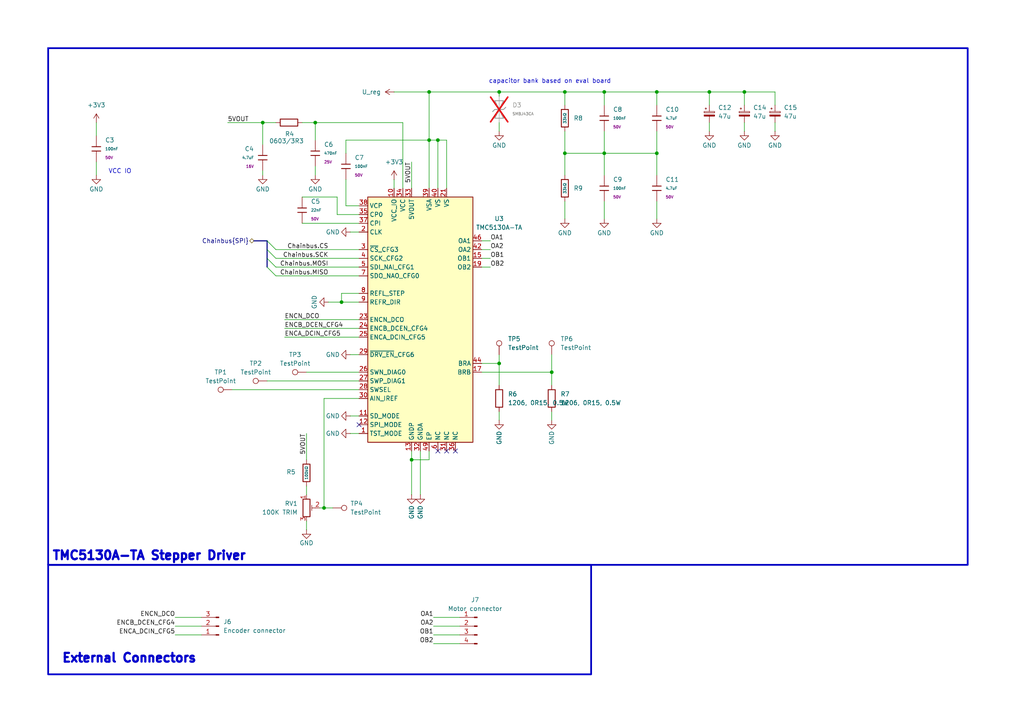
<source format=kicad_sch>
(kicad_sch (version 20250114) (generator "eeschema") (generator_version "9.0")
  (paper "A4")
  (lib_symbols
    (symbol "Connector:Conn_01x03_Pin" (pin_names (offset 1.016) (hide yes))
      (property "Reference" "J" (at 0 5.08 0))
      (property "Value" "Conn_01x03_Pin" (at 0 -5.08 0))
      (symbol "Conn_01x03_Pin_1_1"
        (rectangle (start 0.8636 2.667) (end 0 2.413) (stroke (width 0.1524)) (fill (type outline)))
        (rectangle (start 0.8636 0.127) (end 0 -0.127) (stroke (width 0.1524)) (fill (type outline)))
        (rectangle (start 0.8636 -2.413) (end 0 -2.667) (stroke (width 0.1524)) (fill (type outline)))
        (polyline (pts (xy 1.27 2.54) (xy 0.8636 2.54)) (stroke (width 0.1524)))
        (polyline (pts (xy 1.27 0) (xy 0.8636 0)) (stroke (width 0.1524)))
        (polyline (pts (xy 1.27 -2.54) (xy 0.8636 -2.54)) (stroke (width 0.1524)))
        (pin passive line (at 5.08 2.54 180) (length 3.81) (name "Pin_1") (number "1"))
        (pin passive line (at 5.08 0 180) (length 3.81) (name "Pin_2") (number "2"))
        (pin passive line (at 5.08 -2.54 180) (length 3.81) (name "Pin_3") (number "3"))
      )
    )
    (symbol "Connector:Conn_01x04_Pin" (pin_names (offset 1.016) (hide yes))
      (property "Reference" "J" (at 0 5.08 0))
      (property "Value" "Conn_01x04_Pin" (at 0 -7.62 0))
      (symbol "Conn_01x04_Pin_1_1"
        (rectangle (start 0.8636 2.667) (end 0 2.413) (stroke (width 0.1524)) (fill (type outline)))
        (rectangle (start 0.8636 0.127) (end 0 -0.127) (stroke (width 0.1524)) (fill (type outline)))
        (rectangle (start 0.8636 -2.413) (end 0 -2.667) (stroke (width 0.1524)) (fill (type outline)))
        (rectangle (start 0.8636 -4.953) (end 0 -5.207) (stroke (width 0.1524)) (fill (type outline)))
        (polyline (pts (xy 1.27 2.54) (xy 0.8636 2.54)) (stroke (width 0.1524)))
        (polyline (pts (xy 1.27 0) (xy 0.8636 0)) (stroke (width 0.1524)))
        (polyline (pts (xy 1.27 -2.54) (xy 0.8636 -2.54)) (stroke (width 0.1524)))
        (polyline (pts (xy 1.27 -5.08) (xy 0.8636 -5.08)) (stroke (width 0.1524)))
        (pin passive line (at 5.08 2.54 180) (length 3.81) (name "Pin_1") (number "1"))
        (pin passive line (at 5.08 0 180) (length 3.81) (name "Pin_2") (number "2"))
        (pin passive line (at 5.08 -2.54 180) (length 3.81) (name "Pin_3") (number "3"))
        (pin passive line (at 5.08 -5.08 180) (length 3.81) (name "Pin_4") (number "4"))
      )
    )
    (symbol "Connector:TestPoint" (pin_numbers (hide yes)) (pin_names (offset 0.762) (hide yes))
      (property "Reference" "TP" (at 0 6.858 0))
      (property "Value" "TestPoint" (at 0 5.08 0))
      (symbol "TestPoint_0_1"
        (circle (center 0 3.302) (radius 0.762))
      )
      (symbol "TestPoint_1_1"
        (pin passive line (at 0 0 90) (length 2.54) (name "1") (number "1"))
      )
    )
    (symbol "Device:C_Polarized_Small" (pin_numbers (hide yes)) (pin_names (offset 0.254) (hide yes))
      (property "Reference" "C" (at 0.254 1.778 0))
      (property "Value" "C_Polarized_Small" (at 0.254 -2.032 0))
      (symbol "C_Polarized_Small_0_1"
        (rectangle (start -1.524 0.6858) (end 1.524 0.3048))
        (rectangle (start -1.524 -0.3048) (end 1.524 -0.6858) (fill (type outline)))
        (polyline (pts (xy -1.27 1.524) (xy -0.762 1.524)))
        (polyline (pts (xy -1.016 1.27) (xy -1.016 1.778)))
      )
      (symbol "C_Polarized_Small_1_1"
        (pin passive line (at 0 2.54 270) (length 1.8542) (name "~") (number "1"))
        (pin passive line (at 0 -2.54 90) (length 1.8542) (name "~") (number "2"))
      )
    )
    (symbol "Device:R" (pin_numbers (hide yes)) (pin_names (offset 0))
      (property "Reference" "R" (at 2.032 0 90))
      (property "Value" "R" (at 0 0 90))
      (symbol "R_0_1"
        (rectangle (start -1.016 -2.54) (end 1.016 2.54) (stroke (width 0.254)))
      )
      (symbol "R_1_1"
        (pin passive line (at 0 3.81 270) (length 1.27) (name "~") (number "1"))
        (pin passive line (at 0 -3.81 90) (length 1.27) (name "~") (number "2"))
      )
    )
    (symbol "Device:R_Potentiometer_Trim" (pin_names (offset 1.016) (hide yes))
      (property "Reference" "RV" (at -4.445 0 90))
      (property "Value" "R_Potentiometer_Trim" (at -2.54 0 90))
      (symbol "R_Potentiometer_Trim_0_1"
        (rectangle (start 1.016 2.54) (end -1.016 -2.54) (stroke (width 0.254)))
        (polyline (pts (xy 1.524 0.762) (xy 1.524 -0.762)))
        (polyline (pts (xy 2.54 0) (xy 1.524 0)))
      )
      (symbol "R_Potentiometer_Trim_1_1"
        (pin passive line (at 0 3.81 270) (length 1.27) (name "1") (number "1"))
        (pin passive line (at 0 -3.81 90) (length 1.27) (name "3") (number "3"))
        (pin passive line (at 3.81 0 180) (length 1.27) (name "2") (number "2"))
      )
    )
    (symbol "Driver_Motor:TMC5130A-TA"
      (property "Reference" "U" (at -11.43 38.1 0))
      (property "Value" "TMC5130A-TA" (at 11.43 38.1 0))
      (symbol "TMC5130A-TA_0_1"
        (rectangle (start -15.24 35.56) (end 15.24 -35.56) (stroke (width 0.254)) (fill (type background)))
      )
      (symbol "TMC5130A-TA_1_1"
        (pin passive line (at -17.78 33.02 0) (length 2.54) (name "VCP") (number "38"))
        (pin passive line (at -17.78 30.48 0) (length 2.54) (name "CP0") (number "35"))
        (pin passive line (at -17.78 27.94 0) (length 2.54) (name "CPI") (number "37"))
        (pin input line (at -17.78 25.4 0) (length 2.54) (name "CLK") (number "2"))
        (pin input line (at -17.78 20.32 0) (length 2.54) (name "~{CS}_CFG3") (number "3"))
        (pin input line (at -17.78 17.78 0) (length 2.54) (name "SCK_CFG2") (number "4"))
        (pin input line (at -17.78 15.24 0) (length 2.54) (name "SDI_NAI_CFG1") (number "5"))
        (pin bidirectional line (at -17.78 12.7 0) (length 2.54) (name "SDO_NAO_CFG0") (number "7"))
        (pin input line (at -17.78 7.62 0) (length 2.54) (name "REFL_STEP") (number "8"))
        (pin input line (at -17.78 5.08 0) (length 2.54) (name "REFR_DIR") (number "9"))
        (pin bidirectional line (at -17.78 0 0) (length 2.54) (name "ENCN_DCO") (number "23"))
        (pin input line (at -17.78 -2.54 0) (length 2.54) (name "ENCB_DCEN_CFG4") (number "24"))
        (pin input line (at -17.78 -5.08 0) (length 2.54) (name "ENCA_DCIN_CFG5") (number "25"))
        (pin input line (at -17.78 -10.16 0) (length 2.54) (name "~{DRV_EN}_CFG6") (number "29"))
        (pin bidirectional line (at -17.78 -15.24 0) (length 2.54) (name "SWN_DIAG0") (number "26"))
        (pin bidirectional line (at -17.78 -17.78 0) (length 2.54) (name "SWP_DIAG1") (number "27"))
        (pin input line (at -17.78 -20.32 0) (length 2.54) (name "SWSEL") (number "28"))
        (pin input line (at -17.78 -22.86 0) (length 2.54) (name "AIN_IREF") (number "30"))
        (pin input line (at -17.78 -27.94 0) (length 2.54) (name "SD_MODE") (number "11"))
        (pin input line (at -17.78 -30.48 0) (length 2.54) (name "SPI_MODE") (number "12"))
        (pin input line (at -17.78 -33.02 0) (length 2.54) (name "TST_MODE") (number "1"))
        (pin power_in line (at -7.62 38.1 270) (length 2.54) (name "VCC_IO") (number "10"))
        (pin power_in line (at -5.08 38.1 270) (length 2.54) (name "VCC") (number "34"))
        (pin power_out line (at -2.54 38.1 270) (length 2.54) (name "5VOUT") (number "33"))
        (pin power_in line (at -2.54 -38.1 90) (length 2.54) (name "GNDP") (number "13"))
        (pin passive line (at -2.54 -38.1 90) (length 2.54) (hide yes) (name "GNDP") (number "48"))
        (pin power_in line (at 0 -38.1 90) (length 2.54) (name "GNDA") (number "32"))
        (pin power_in line (at 2.54 38.1 270) (length 2.54) (name "VSA") (number "39"))
        (pin power_in line (at 2.54 -38.1 90) (length 2.54) (name "EP") (number "49"))
        (pin power_in line (at 5.08 38.1 270) (length 2.54) (name "VS") (number "40"))
        (pin passive line (at 5.08 -38.1 90) (length 2.54) (name "NC") (number "6"))
        (pin power_in line (at 7.62 38.1 270) (length 2.54) (name "VS") (number "21"))
        (pin passive line (at 7.62 -38.1 90) (length 2.54) (name "NC") (number "31"))
        (pin passive line (at 10.16 -38.1 90) (length 2.54) (name "NC") (number "36"))
        (pin no_connect line (at 15.24 33.02 180) (length 2.54) (hide yes) (name "DNC") (number "41"))
        (pin no_connect line (at 15.24 30.48 180) (length 2.54) (hide yes) (name "DNC") (number "43"))
        (pin no_connect line (at 15.24 27.94 180) (length 2.54) (hide yes) (name "DNC") (number "45"))
        (pin no_connect line (at 15.24 25.4 180) (length 2.54) (hide yes) (name "DNC") (number "47"))
        (pin no_connect line (at 15.24 12.7 180) (length 2.54) (hide yes) (name "DNC") (number "14"))
        (pin no_connect line (at 15.24 10.16 180) (length 2.54) (hide yes) (name "DNC") (number "16"))
        (pin no_connect line (at 15.24 7.62 180) (length 2.54) (hide yes) (name "DNC") (number "18"))
        (pin no_connect line (at 15.24 5.08 180) (length 2.54) (hide yes) (name "DNC") (number "20"))
        (pin no_connect line (at 15.24 2.54 180) (length 2.54) (hide yes) (name "DNC") (number "22"))
        (pin output line (at 17.78 22.86 180) (length 2.54) (name "OA1") (number "46"))
        (pin output line (at 17.78 20.32 180) (length 2.54) (name "OA2") (number "42"))
        (pin output line (at 17.78 17.78 180) (length 2.54) (name "OB1") (number "15"))
        (pin output line (at 17.78 15.24 180) (length 2.54) (name "OB2") (number "19"))
        (pin passive line (at 17.78 -12.7 180) (length 2.54) (name "BRA") (number "44"))
        (pin passive line (at 17.78 -15.24 180) (length 2.54) (name "BRB") (number "17"))
      )
    )
    (symbol "PCM_JLCPCB-Capacitors:0603,100nF" (pin_numbers (hide yes)) (pin_names (offset 0))
      (property "Reference" "C" (at 2.032 1.668 0))
      (property "Value" "100nF" (at 2.032 -0.3782 0))
      (property "Voltage Rated" "50V" (at 2.032 -2.0462 0))
      (symbol "0603,100nF_0_1"
        (polyline (pts (xy -1.27 0.635) (xy 1.27 0.635)) (stroke (width 0.254)))
        (polyline (pts (xy -1.27 -0.635) (xy 1.27 -0.635)) (stroke (width 0.254)))
      )
      (symbol "0603,100nF_1_1"
        (pin passive line (at 0 3.81 270) (length 3.175) (name "~") (number "1"))
        (pin passive line (at 0 -3.81 90) (length 3.175) (name "~") (number "2"))
      )
    )
    (symbol "PCM_JLCPCB-Capacitors:0603,22nF" (pin_numbers (hide yes)) (pin_names (offset 0))
      (property "Reference" "C" (at 2.032 1.668 0))
      (property "Value" "22nF" (at 2.032 -0.3782 0))
      (property "Voltage Rated" "50V" (at 2.032 -2.0462 0))
      (symbol "0603,22nF_0_1"
        (polyline (pts (xy -1.27 0.635) (xy 1.27 0.635)) (stroke (width 0.254)))
        (polyline (pts (xy -1.27 -0.635) (xy 1.27 -0.635)) (stroke (width 0.254)))
      )
      (symbol "0603,22nF_1_1"
        (pin passive line (at 0 3.81 270) (length 3.175) (name "~") (number "1"))
        (pin passive line (at 0 -3.81 90) (length 3.175) (name "~") (number "2"))
      )
    )
    (symbol "PCM_JLCPCB-Capacitors:0603,4.7uF" (pin_numbers (hide yes)) (pin_names (offset 0))
      (property "Reference" "C" (at 2.032 1.668 0))
      (property "Value" "4.7uF" (at 2.032 -0.3782 0))
      (property "Voltage Rated" "16V" (at 2.032 -2.0462 0))
      (symbol "0603,4.7uF_0_1"
        (polyline (pts (xy -1.27 0.635) (xy 1.27 0.635)) (stroke (width 0.254)))
        (polyline (pts (xy -1.27 -0.635) (xy 1.27 -0.635)) (stroke (width 0.254)))
      )
      (symbol "0603,4.7uF_1_1"
        (pin passive line (at 0 3.81 270) (length 3.175) (name "~") (number "1"))
        (pin passive line (at 0 -3.81 90) (length 3.175) (name "~") (number "2"))
      )
    )
    (symbol "PCM_JLCPCB-Capacitors:0603,470nF" (pin_numbers (hide yes)) (pin_names (offset 0))
      (property "Reference" "C" (at 2.032 1.668 0))
      (property "Value" "470nF" (at 2.032 -0.3782 0))
      (property "Voltage Rated" "25V" (at 2.032 -2.0462 0))
      (symbol "0603,470nF_0_1"
        (polyline (pts (xy -1.27 0.635) (xy 1.27 0.635)) (stroke (width 0.254)))
        (polyline (pts (xy -1.27 -0.635) (xy 1.27 -0.635)) (stroke (width 0.254)))
      )
      (symbol "0603,470nF_1_1"
        (pin passive line (at 0 3.81 270) (length 3.175) (name "~") (number "1"))
        (pin passive line (at 0 -3.81 90) (length 3.175) (name "~") (number "2"))
      )
    )
    (symbol "PCM_JLCPCB-Capacitors:1206,4.7uF" (pin_numbers (hide yes)) (pin_names (offset 0))
      (property "Reference" "C" (at 2.032 1.668 0))
      (property "Value" "4.7uF" (at 2.032 -0.3782 0))
      (property "Voltage Rated" "50V" (at 2.032 -2.0462 0))
      (symbol "1206,4.7uF_0_1"
        (polyline (pts (xy -1.27 0.635) (xy 1.27 0.635)) (stroke (width 0.254)))
        (polyline (pts (xy -1.27 -0.635) (xy 1.27 -0.635)) (stroke (width 0.254)))
      )
      (symbol "1206,4.7uF_1_1"
        (pin passive line (at 0 3.81 270) (length 3.175) (name "~") (number "1"))
        (pin passive line (at 0 -3.81 90) (length 3.175) (name "~") (number "2"))
      )
    )
    (symbol "PCM_JLCPCB-Diodes:TVS-Bi,SMBJ43CA" (pin_numbers (hide yes)) (pin_names (offset 0))
      (property "Reference" "D" (at 2.032 0.834 0))
      (property "Value" "SMBJ43CA" (at 2.032 -1.2122 0))
      (symbol "TVS-Bi,SMBJ43CA_0_1"
        (polyline (pts (xy -1.905 -0.635) (xy -1.27 0) (xy 1.27 0) (xy 1.905 0.635)) (stroke (width 0.254)))
        (polyline (pts (xy -1.27 2.54) (xy 0 0) (xy 1.27 2.54) (xy -1.27 2.54)) (stroke (width 0.254)))
        (polyline (pts (xy 1.27 -2.54) (xy 0 0) (xy -1.27 -2.54) (xy 1.27 -2.54)) (stroke (width 0.254)))
      )
      (symbol "TVS-Bi,SMBJ43CA_1_1"
        (pin passive line (at 0 3.81 270) (length 3.81) (name "~") (number "2"))
        (pin passive line (at 0 -3.81 90) (length 3.81) (name "~") (number "1"))
      )
    )
    (symbol "PCM_JLCPCB-Resistors:0402,100kΩ" (pin_numbers (hide yes)) (pin_names (offset 0))
      (property "Reference" "R" (at 1.778 0 0))
      (property "Value" "100kΩ" (at 0 0 90))
      (symbol "0402,100kΩ_0_1"
        (rectangle (start -1.016 2.54) (end 1.016 -2.54) (stroke (width 0.254)))
      )
      (symbol "0402,100kΩ_1_1"
        (pin passive line (at 0 3.81 270) (length 1.27) (name "~") (number "1"))
        (pin passive line (at 0 -3.81 90) (length 1.27) (name "~") (number "2"))
      )
    )
    (symbol "PCM_JLCPCB-Resistors:0402,33kΩ" (pin_numbers (hide yes)) (pin_names (offset 0))
      (property "Reference" "R" (at 1.778 0 0))
      (property "Value" "33kΩ" (at 0 0 90))
      (symbol "0402,33kΩ_0_1"
        (rectangle (start -1.016 2.54) (end 1.016 -2.54) (stroke (width 0.254)))
      )
      (symbol "0402,33kΩ_1_1"
        (pin passive line (at 0 3.81 270) (length 1.27) (name "~") (number "1"))
        (pin passive line (at 0 -3.81 90) (length 1.27) (name "~") (number "2"))
      )
    )
    (symbol "power:+5V" (power) (pin_numbers (hide yes)) (pin_names (offset 0) (hide yes))
      (property "Value" "+5V" (at 0 3.556 0))
      (symbol "+5V_0_1"
        (polyline (pts (xy -0.762 1.27) (xy 0 2.54)))
        (polyline (pts (xy 0 2.54) (xy 0.762 1.27)))
        (polyline (pts (xy 0 0) (xy 0 2.54)))
      )
      (symbol "+5V_1_1"
        (pin power_in line (at 0 0 90) (length 0) (name "~") (number "1"))
      )
    )
    (symbol "power:GND" (power) (pin_numbers (hide yes)) (pin_names (offset 0) (hide yes))
      (property "Value" "GND" (at 0 -3.81 0))
      (symbol "GND_0_1"
        (polyline (pts (xy 0 0) (xy 0 -1.27) (xy 1.27 -1.27) (xy 0 -2.54) (xy -1.27 -1.27) (xy 0 -1.27)))
      )
      (symbol "GND_1_1"
        (pin power_in line (at 0 0 270) (length 0) (name "~") (number "1"))
      )
    )
  )
  (rectangle (start 13.97 13.97) (end 280.67 163.83) (stroke (width 0.508)))
  (rectangle (start 13.97 163.83) (end 171.45 195.58) (stroke (width 0.508)))
  (text "VCC IO\n" (at 34.798 49.784 0) (effects (font (size 1.27 1.27))))
  (text "TMC5130A-TA Stepper Driver\n" (at 14.986 161.29 0) (effects (font (size 2.54 2.54) (thickness 0.762) (bold yes)) (justify left)))
  (text "External Connectors\n" (at 17.78 191.008 0) (effects (font (size 2.54 2.54) (thickness 0.762) (bold yes)) (justify left)))
  (text "capacitor bank based on eval board\n" (at 159.512 23.622 0) (effects (font (size 1.27 1.27))))
  (junction (at 144.78 26.67))
  (junction (at 215.9 26.67))
  (junction (at 205.74 26.67))
  (junction (at 163.83 44.45))
  (junction (at 175.26 26.67))
  (junction (at 175.26 44.45))
  (junction (at 144.78 105.41))
  (junction (at 190.5 26.67))
  (junction (at 190.5 44.45))
  (junction (at 93.98 147.32))
  (junction (at 99.06 87.63))
  (junction (at 160.02 107.95))
  (junction (at 124.46 26.67))
  (junction (at 76.2 35.56))
  (junction (at 163.83 26.67))
  (junction (at 127 40.64))
  (junction (at 119.38 133.35))
  (junction (at 91.44 35.56))
  (junction (at 124.46 40.64))
  (no_connect (at 104.14 123.19))
  (no_connect (at 132.08 130.81))
  (no_connect (at 127 130.81))
  (no_connect (at 129.54 130.81))
  (bus_entry (at 77.47 72.39) (size 2.54 2.54))
  (bus_entry (at 77.47 77.47) (size 2.54 2.54))
  (bus_entry (at 77.47 69.85) (size 2.54 2.54))
  (bus_entry (at 77.47 74.93) (size 2.54 2.54))
  (wire (pts (xy 124.46 26.67) (xy 124.46 40.64)))
  (wire (pts (xy 87.63 64.77) (xy 104.14 64.77)))
  (bus (pts (xy 77.47 72.39) (xy 77.47 74.93)))
  (wire (pts (xy 101.6 125.73) (xy 104.14 125.73)))
  (wire (pts (xy 76.2 35.56) (xy 76.2 41.91)))
  (wire (pts (xy 139.7 107.95) (xy 160.02 107.95)))
  (wire (pts (xy 50.8 184.15) (xy 58.42 184.15)))
  (wire (pts (xy 175.26 26.67) (xy 175.26 30.48)))
  (wire (pts (xy 77.47 110.49) (xy 104.14 110.49)))
  (wire (pts (xy 104.14 59.69) (xy 100.33 59.69)))
  (wire (pts (xy 114.3 26.67) (xy 124.46 26.67)))
  (wire (pts (xy 127 40.64) (xy 129.54 40.64)))
  (wire (pts (xy 91.44 35.56) (xy 116.84 35.56)))
  (wire (pts (xy 163.83 26.67) (xy 163.83 30.48)))
  (wire (pts (xy 121.92 130.81) (xy 121.92 143.51)))
  (wire (pts (xy 142.24 72.39) (xy 139.7 72.39)))
  (wire (pts (xy 175.26 44.45) (xy 190.5 44.45)))
  (bus (pts (xy 77.47 74.93) (xy 77.47 77.47)))
  (wire (pts (xy 190.5 58.42) (xy 190.5 63.5)))
  (wire (pts (xy 91.44 40.64) (xy 91.44 35.56)))
  (wire (pts (xy 82.55 95.25) (xy 104.14 95.25)))
  (wire (pts (xy 142.24 74.93) (xy 139.7 74.93)))
  (wire (pts (xy 101.6 102.87) (xy 104.14 102.87)))
  (wire (pts (xy 101.6 67.31) (xy 104.14 67.31)))
  (wire (pts (xy 124.46 26.67) (xy 144.78 26.67)))
  (wire (pts (xy 97.79 62.23) (xy 104.14 62.23)))
  (wire (pts (xy 116.84 54.61) (xy 116.84 35.56)))
  (wire (pts (xy 76.2 49.53) (xy 76.2 50.8)))
  (bus (pts (xy 77.47 69.85) (xy 77.47 72.39)))
  (wire (pts (xy 114.3 52.07) (xy 114.3 54.61)))
  (wire (pts (xy 215.9 35.56) (xy 215.9 38.1)))
  (wire (pts (xy 82.55 97.79) (xy 104.14 97.79)))
  (wire (pts (xy 142.24 77.47) (xy 139.7 77.47)))
  (wire (pts (xy 144.78 35.56) (xy 144.78 38.1)))
  (wire (pts (xy 163.83 44.45) (xy 175.26 44.45)))
  (wire (pts (xy 91.44 48.26) (xy 91.44 50.8)))
  (wire (pts (xy 93.98 115.57) (xy 93.98 147.32)))
  (wire (pts (xy 190.5 26.67) (xy 205.74 26.67)))
  (wire (pts (xy 95.25 87.63) (xy 99.06 87.63)))
  (wire (pts (xy 175.26 38.1) (xy 175.26 44.45)))
  (wire (pts (xy 80.01 35.56) (xy 76.2 35.56)))
  (wire (pts (xy 205.74 26.67) (xy 205.74 30.48)))
  (wire (pts (xy 87.63 35.56) (xy 91.44 35.56)))
  (wire (pts (xy 125.73 179.07) (xy 133.35 179.07)))
  (wire (pts (xy 175.26 58.42) (xy 175.26 63.5)))
  (wire (pts (xy 144.78 27.94) (xy 144.78 26.67)))
  (wire (pts (xy 87.63 57.15) (xy 97.79 57.15)))
  (wire (pts (xy 99.06 85.09) (xy 104.14 85.09)))
  (wire (pts (xy 88.9 151.13) (xy 88.9 153.67)))
  (wire (pts (xy 160.02 107.95) (xy 160.02 111.76)))
  (wire (pts (xy 124.46 40.64) (xy 127 40.64)))
  (wire (pts (xy 50.8 179.07) (xy 58.42 179.07)))
  (wire (pts (xy 119.38 46.99) (xy 119.38 54.61)))
  (wire (pts (xy 88.9 107.95) (xy 104.14 107.95)))
  (wire (pts (xy 99.06 87.63) (xy 104.14 87.63)))
  (wire (pts (xy 190.5 44.45) (xy 190.5 50.8)))
  (wire (pts (xy 124.46 130.81) (xy 124.46 133.35)))
  (wire (pts (xy 76.2 35.56) (xy 66.04 35.56)))
  (wire (pts (xy 163.83 58.42) (xy 163.83 63.5)))
  (wire (pts (xy 67.31 113.03) (xy 104.14 113.03)))
  (wire (pts (xy 80.01 80.01) (xy 104.14 80.01)))
  (wire (pts (xy 215.9 26.67) (xy 224.79 26.67)))
  (wire (pts (xy 100.33 40.64) (xy 124.46 40.64)))
  (wire (pts (xy 119.38 133.35) (xy 119.38 143.51)))
  (wire (pts (xy 93.98 147.32) (xy 96.52 147.32)))
  (wire (pts (xy 125.73 181.61) (xy 133.35 181.61)))
  (wire (pts (xy 215.9 26.67) (xy 215.9 30.48)))
  (wire (pts (xy 205.74 35.56) (xy 205.74 38.1)))
  (wire (pts (xy 99.06 85.09) (xy 99.06 87.63)))
  (wire (pts (xy 125.73 184.15) (xy 133.35 184.15)))
  (wire (pts (xy 160.02 119.38) (xy 160.02 121.92)))
  (wire (pts (xy 97.79 57.15) (xy 97.79 62.23)))
  (wire (pts (xy 27.94 46.99) (xy 27.94 50.8)))
  (wire (pts (xy 224.79 26.67) (xy 224.79 30.48)))
  (wire (pts (xy 50.8 181.61) (xy 58.42 181.61)))
  (wire (pts (xy 163.83 44.45) (xy 163.83 50.8)))
  (wire (pts (xy 144.78 119.38) (xy 144.78 121.92)))
  (wire (pts (xy 80.01 72.39) (xy 104.14 72.39)))
  (wire (pts (xy 163.83 38.1) (xy 163.83 44.45)))
  (wire (pts (xy 139.7 105.41) (xy 144.78 105.41)))
  (wire (pts (xy 119.38 130.81) (xy 119.38 133.35)))
  (bus (pts (xy 73.66 69.85) (xy 77.47 69.85)))
  (wire (pts (xy 127 40.64) (xy 127 54.61)))
  (wire (pts (xy 101.6 120.65) (xy 104.14 120.65)))
  (wire (pts (xy 190.5 38.1) (xy 190.5 44.45)))
  (wire (pts (xy 163.83 26.67) (xy 175.26 26.67)))
  (wire (pts (xy 129.54 40.64) (xy 129.54 54.61)))
  (wire (pts (xy 82.55 92.71) (xy 104.14 92.71)))
  (wire (pts (xy 160.02 107.95) (xy 160.02 102.87)))
  (wire (pts (xy 144.78 26.67) (xy 163.83 26.67)))
  (wire (pts (xy 190.5 26.67) (xy 190.5 30.48)))
  (wire (pts (xy 124.46 40.64) (xy 124.46 54.61)))
  (wire (pts (xy 88.9 140.97) (xy 88.9 143.51)))
  (wire (pts (xy 100.33 52.07) (xy 100.33 59.69)))
  (wire (pts (xy 27.94 35.56) (xy 27.94 39.37)))
  (wire (pts (xy 100.33 44.45) (xy 100.33 40.64)))
  (wire (pts (xy 93.98 147.32) (xy 92.71 147.32)))
  (wire (pts (xy 175.26 26.67) (xy 190.5 26.67)))
  (wire (pts (xy 124.46 133.35) (xy 119.38 133.35)))
  (wire (pts (xy 175.26 44.45) (xy 175.26 50.8)))
  (wire (pts (xy 205.74 26.67) (xy 215.9 26.67)))
  (wire (pts (xy 80.01 77.47) (xy 104.14 77.47)))
  (wire (pts (xy 142.24 69.85) (xy 139.7 69.85)))
  (wire (pts (xy 144.78 105.41) (xy 144.78 111.76)))
  (wire (pts (xy 224.79 35.56) (xy 224.79 38.1)))
  (wire (pts (xy 144.78 102.87) (xy 144.78 105.41)))
  (wire (pts (xy 125.73 186.69) (xy 133.35 186.69)))
  (wire (pts (xy 80.01 74.93) (xy 104.14 74.93)))
  (wire (pts (xy 104.14 115.57) (xy 93.98 115.57)))
  (wire (pts (xy 88.9 125.73) (xy 88.9 133.35)))
  (label "OB1" (at 142.24 74.93 0))
  (label "ENCN_DCO" (at 82.55 92.71 0))
  (label "OB2" (at 125.73 186.69 180))
  (label "OA1" (at 142.24 69.85 0))
  (label "5VOUT" (at 88.9 125.73 270))
  (label "OB2" (at 142.24 77.47 0))
  (label "ENCB_DCEN_CFG4" (at 82.55 95.25 0))
  (label "Chainbus.SCK" (at 95.25 74.93 180))
  (label "Chainbus.MOSI" (at 95.25 77.47 180))
  (label "5VOUT" (at 119.38 46.99 270))
  (label "OA1" (at 125.73 179.07 180))
  (label "OB1" (at 125.73 184.15 180))
  (label "ENCA_DCIN_CFG5" (at 50.8 184.15 180))
  (label "OA2" (at 125.73 181.61 180))
  (label "Chainbus.MISO" (at 95.25 80.01 180))
  (label "Chainbus.CS" (at 95.25 72.39 180))
  (label "ENCB_DCEN_CFG4" (at 50.8 181.61 180))
  (label "OA2" (at 142.24 72.39 0))
  (label "ENCN_DCO" (at 50.8 179.07 180))
  (label "ENCA_DCIN_CFG5" (at 82.55 97.79 0))
  (label "5VOUT" (at 66.04 35.56 0))
  (hierarchical_label "Chainbus{SPI}" (shape bidirectional) (at 73.66 69.85 180))
  (symbol (lib_id "power:GND") (at 163.83 63.5 0) (unit 1)
    (property "Reference" "#PWR062" (effects (hide yes)))
    (property "Value" "GND" (at 163.83 67.564 0))
    (property "Description" "Power symbol creates a global label with name \"GND\" , ground" (effects (hide yes)))
  )
  (symbol (lib_id "Connector:TestPoint") (at 88.9 107.95 90) (unit 1)
    (property "Reference" "TP3" (at 85.598 102.87 90))
    (property "Value" "TestPoint" (at 85.598 105.41 90))
    (property "Footprint" "TestPoint:TestPoint_Pad_D1.0mm" (effects (hide yes)))
    (property "Description" "test point" (effects (hide yes)))
  )
  (symbol (lib_id "power:GND") (at 175.26 63.5 0) (unit 1)
    (property "Reference" "#PWR063" (effects (hide yes)))
    (property "Value" "GND" (at 175.26 67.564 0))
    (property "Description" "Power symbol creates a global label with name \"GND\" , ground" (effects (hide yes)))
  )
  (symbol (lib_id "power:+5V") (at 114.3 26.67 90) (mirror x) (unit 1)
    (property "Reference" "#PWR055" (effects (hide yes)))
    (property "Value" "U_reg" (at 110.49 26.6699 90) (effects (justify left)))
    (property "Description" "Power symbol creates a global label with name \"+5V\"" (effects (hide yes)))
  )
  (symbol (lib_id "Device:R") (at 160.02 115.57 0) (unit 1)
    (property "Reference" "R7" (at 162.56 114.2999 0) (effects (justify left)))
    (property "Value" "1206, 0R15, 0.5W" (at 162.56 116.8399 0) (effects (justify left)))
    (property "Footprint" "PCM_JLCPCB:R_1206" (effects (hide yes)))
    (property "Description" "Resistor" (effects (hide yes)))
    (property "LCSC" "C2683383" (effects (hide yes)))
  )
  (symbol (lib_id "power:GND") (at 144.78 121.92 0) (unit 1)
    (property "Reference" "#PWR060" (effects (hide yes)))
    (property "Value" "GND" (at 144.78 127 90))
    (property "Description" "Power symbol creates a global label with name \"GND\" , ground" (effects (hide yes)))
  )
  (symbol (lib_id "Connector:TestPoint") (at 67.31 113.03 90) (unit 1)
    (property "Reference" "TP1" (at 64.008 107.95 90))
    (property "Value" "TestPoint" (at 64.008 110.49 90))
    (property "Footprint" "TestPoint:TestPoint_Pad_D1.0mm" (effects (hide yes)))
    (property "Description" "test point" (effects (hide yes)))
  )
  (symbol (lib_id "Device:R") (at 144.78 115.57 0) (unit 1)
    (property "Reference" "R6" (at 147.32 114.2999 0) (effects (justify left)))
    (property "Value" "1206, 0R15, 0.5W" (at 147.32 116.8399 0) (effects (justify left)))
    (property "Footprint" "PCM_JLCPCB:R_1206" (effects (hide yes)))
    (property "Description" "Resistor" (effects (hide yes)))
    (property "LCSC" "C2683383" (effects (hide yes)))
  )
  (symbol (lib_id "Driver_Motor:TMC5130A-TA") (at 121.92 92.71 0) (unit 1)
    (property "Reference" "U3" (at 144.78 63.4298 0))
    (property "Value" "TMC5130A-TA" (at 144.78 65.9698 0))
    (property "Footprint" "Package_QFP:TQFP-48-1EP_7x7mm_P0.5mm_EP5x5mm_ThermalVias" (effects (hide yes)))
    (property "Datasheet" "https://www.trinamic.com/fileadmin/assets/Products/ICs_Documents/TMC5130_datasheet_Rev1.17.pdf" (effects (hide yes)))
    (property "Description" "Power Driver For Stepper Motors, 2.0A, 4.75-46V, TQFP-48" (effects (hide yes)))
    (property "LCSC" "C188832" (effects (hide yes)))
  )
  (symbol (lib_id "Device:C_Polarized_Small") (at 224.79 33.02 0) (unit 1)
    (property "Reference" "C15" (at 227.33 31.2038 0) (effects (justify left)))
    (property "Value" "47u" (at 227.33 33.7438 0) (effects (justify left)))
    (property "Footprint" "Capacitor_SMD:CP_Elec_6.3x7.7" (effects (hide yes)))
    (property "Description" "Polarized capacitor, small symbol" (effects (hide yes)))
    (property "LCSC" "C7461235" (effects (hide yes)))
  )
  (symbol (lib_id "Connector:TestPoint") (at 77.47 110.49 90) (unit 1)
    (property "Reference" "TP2" (at 74.168 105.41 90))
    (property "Value" "TestPoint" (at 74.168 107.95 90))
    (property "Footprint" "TestPoint:TestPoint_Pad_D1.0mm" (effects (hide yes)))
    (property "Description" "test point" (effects (hide yes)))
  )
  (symbol (lib_id "power:GND") (at 101.6 120.65 270) (unit 1)
    (property "Reference" "#PWR053" (effects (hide yes)))
    (property "Value" "GND" (at 96.52 120.65 90))
    (property "Description" "Power symbol creates a global label with name \"GND\" , ground" (effects (hide yes)))
  )
  (symbol (lib_id "power:GND") (at 205.74 38.1 0) (unit 1)
    (property "Reference" "#PWR065" (effects (hide yes)))
    (property "Value" "GND" (at 205.74 42.164 0))
    (property "Description" "Power symbol creates a global label with name \"GND\" , ground" (effects (hide yes)))
  )
  (symbol (lib_id "PCM_JLCPCB-Diodes:TVS-Bi,SMBJ43CA") (at 144.78 31.75 0) (unit 1) (dnp yes)
    (property "Reference" "D3" (at 148.59 30.4799 0) (effects (justify left)))
    (property "Value" "SMBJ43CA" (at 148.59 33.02 0) (effects (font (size 0.8 0.8)) (justify left)))
    (property "Footprint" "PCM_JLCPCB:D_SMB" (effects (hide yes)))
    (property "Datasheet" "https://www.lcsc.com/datasheet/lcsc_datasheet_2411041728_hongjiacheng-SMBJ43CA_C41376098.pdf" (effects (hide yes)))
    (property "Description" "8.65A 600W 69.4V 52.8V Bidirectional 43V SMB ESD and Surge Protection (TVS/ESD) ROHS" (effects (hide yes)))
    (property "LCSC" "C41376098" (effects (hide yes)))
    (property "Stock" "7603" (effects (hide yes)))
    (property "Price" "0.044USD" (effects (hide yes)))
    (property "Process" "SMT" (effects (hide yes)))
    (property "Minimum Qty" "5" (effects (hide yes)))
    (property "Attrition Qty" "2" (effects (hide yes)))
    (property "Class" "Preferred Component" (effects (hide yes)))
    (property "Category" "Circuit Protection,ESD And Surge Protection (TVS/ESD)" (effects (hide yes)))
    (property "Manufacturer" "hongjiacheng" (effects (hide yes)))
    (property "Part" "SMBJ43CA" (effects (hide yes)))
    (property "Operating Temperature" "-55°C~+155°C" (effects (hide yes)))
    (property "Type" "TVS" (effects (hide yes)))
    (property "Peak Pulse Power Dissipation (Ppp)" "600W" (effects (hide yes)))
    (property "Number of Lines" "Dual channel" (effects (hide yes)))
    (property "Breakdown Voltage" "52.8V" (effects (hide yes)))
    (property "Maximum Clamping Voltage" "69.4V" (effects (hide yes)))
    (property "Peak Pulse Current (Ipp)" "8.65A" (effects (hide yes)))
    (property "Reverse Stand-Off Voltage (Vrwm)" "43V" (effects (hide yes)))
    (property "Reverse Leakage Current (Ir)" "5uA" (effects (hide yes)))
    (property "polarity" "Bidirectional" (effects (hide yes)))
    (instances (project "" (path "" (reference "D3") (unit 1)) (path "" (reference "D9") (unit 1))))
  )
  (symbol (lib_id "power:GND") (at 91.44 50.8 0) (unit 1)
    (property "Reference" "#PWR049" (effects (hide yes)))
    (property "Value" "GND" (at 91.44 54.864 0))
    (property "Description" "Power symbol creates a global label with name \"GND\" , ground" (effects (hide yes)))
  )
  (symbol (lib_id "power:GND") (at 101.6 125.73 270) (unit 1)
    (property "Reference" "#PWR054" (effects (hide yes)))
    (property "Value" "GND" (at 96.52 125.73 90))
    (property "Description" "Power symbol creates a global label with name \"GND\" , ground" (effects (hide yes)))
  )
  (symbol (lib_id "power:GND") (at 190.5 63.5 0) (unit 1)
    (property "Reference" "#PWR064" (effects (hide yes)))
    (property "Value" "GND" (at 190.5 67.564 0))
    (property "Description" "Power symbol creates a global label with name \"GND\" , ground" (effects (hide yes)))
  )
  (symbol (lib_id "power:GND") (at 76.2 50.8 0) (unit 1)
    (property "Reference" "#PWR047" (effects (hide yes)))
    (property "Value" "GND" (at 76.2 54.864 0))
    (property "Description" "Power symbol creates a global label with name \"GND\" , ground" (effects (hide yes)))
  )
  (symbol (lib_id "Connector:Conn_01x03_Pin") (at 63.5 181.61 180) (unit 1)
    (property "Reference" "J6" (at 64.77 180.3399 0) (effects (justify right)))
    (property "Value" "Encoder connector" (at 64.77 182.8799 0) (effects (justify right)))
    (property "Footprint" "Connector_JST:JST_XH_S3B-XH-A-1_1x03_P2.50mm_Horizontal" (effects (hide yes)))
    (property "Description" "Generic connector, single row, 01x03, script generated" (effects (hide yes)))
  )
  (symbol (lib_id "PCM_JLCPCB-Capacitors:0603,100nF") (at 175.26 34.29 0) (unit 1)
    (property "Reference" "C8" (at 177.8 31.7499 0) (effects (justify left)))
    (property "Value" "100nF" (at 177.8 34.29 0) (effects (font (size 0.8 0.8)) (justify left)))
    (property "Footprint" "PCM_JLCPCB:C_0603" (effects (hide yes)))
    (property "Datasheet" "https://www.lcsc.com/datasheet/lcsc_datasheet_2211101700_YAGEO-CC0603KRX7R9BB104_C14663.pdf" (effects (hide yes)))
    (property "Description" "50V 100nF X7R ±10% 0603 Multilayer Ceramic Capacitors MLCC - SMD/SMT ROHS" (effects (hide yes)))
    (property "LCSC" "C14663" (effects (hide yes)))
    (property "Stock" "70324515" (effects (hide yes)))
    (property "Price" "0.006USD" (effects (hide yes)))
    (property "Process" "SMT" (effects (hide yes)))
    (property "Minimum Qty" "20" (effects (hide yes)))
    (property "Attrition Qty" "10" (effects (hide yes)))
    (property "Class" "Basic Component" (effects (hide yes)))
    (property "Category" "Capacitors,Multilayer Ceramic Capacitors MLCC - SMD/SMT" (effects (hide yes)))
    (property "Manufacturer" "YAGEO" (effects (hide yes)))
    (property "Part" "CC0603KRX7R9BB104" (effects (hide yes)))
    (property "Voltage Rated" "50V" (at 177.8 36.83 0) (effects (font (size 0.8 0.8)) (justify left)))
    (property "Tolerance" "±10%" (effects (hide yes)))
    (property "Capacitance" "100nF" (effects (hide yes)))
    (property "Temperature Coefficient" "X7R" (effects (hide yes)))
  )
  (symbol (lib_id "Device:R") (at 83.82 35.56 90) (unit 1)
    (property "Reference" "R4" (at 85.344 38.862 90) (effects (justify left)))
    (property "Value" "0603/3R3" (at 88.138 40.894 90) (effects (justify left)))
    (property "Footprint" "PCM_JLCPCB:R_1206" (effects (hide yes)))
    (property "Description" "Resistor" (effects (hide yes)))
    (property "LCSC" "C911994" (effects (hide yes)))
  )
  (symbol (lib_id "power:GND") (at 160.02 121.92 0) (unit 1)
    (property "Reference" "#PWR061" (effects (hide yes)))
    (property "Value" "GND" (at 160.02 127 90))
    (property "Description" "Power symbol creates a global label with name \"GND\" , ground" (effects (hide yes)))
  )
  (symbol (lib_id "Connector:Conn_01x04_Pin") (at 138.43 181.61 0) (mirror y) (unit 1)
    (property "Reference" "J7" (at 137.795 173.99 0))
    (property "Value" "Motor connector" (at 137.795 176.53 0))
    (property "Footprint" "Connector_JST:JST_XH_S4B-XH-A_1x04_P2.50mm_Horizontal" (effects (hide yes)))
    (property "Description" "Generic connector, single row, 01x04, script generated" (effects (hide yes)))
  )
  (symbol (lib_id "power:+5V") (at 114.3 52.07 0) (mirror y) (unit 1)
    (property "Reference" "#PWR056" (effects (hide yes)))
    (property "Value" "+3V3" (at 114.3 46.99 0))
    (property "Description" "Power symbol creates a global label with name \"+5V\"" (effects (hide yes)))
  )
  (symbol (lib_id "power:GND") (at 215.9 38.1 0) (unit 1)
    (property "Reference" "#PWR067" (effects (hide yes)))
    (property "Value" "GND" (at 215.9 42.164 0))
    (property "Description" "Power symbol creates a global label with name \"GND\" , ground" (effects (hide yes)))
  )
  (symbol (lib_id "PCM_JLCPCB-Capacitors:0603,22nF") (at 87.63 60.96 0) (unit 1)
    (property "Reference" "C5" (at 90.17 58.4199 0) (effects (justify left)))
    (property "Value" "22nF" (at 90.17 60.96 0) (effects (font (size 0.8 0.8)) (justify left)))
    (property "Footprint" "PCM_JLCPCB:C_0603" (effects (hide yes)))
    (property "Datasheet" "https://www.lcsc.com/datasheet/lcsc_datasheet_2304140030_Samsung-Electro-Mechanics-CL10B223KB8NNNC_C21122.pdf" (effects (hide yes)))
    (property "Description" "50V 22nF X7R ±10% 0603 Multilayer Ceramic Capacitors MLCC - SMD/SMT ROHS" (effects (hide yes)))
    (property "LCSC" "C21122" (effects (hide yes)))
    (property "Stock" "746157" (effects (hide yes)))
    (property "Price" "0.007USD" (effects (hide yes)))
    (property "Process" "SMT" (effects (hide yes)))
    (property "Minimum Qty" "20" (effects (hide yes)))
    (property "Attrition Qty" "10" (effects (hide yes)))
    (property "Class" "Basic Component" (effects (hide yes)))
    (property "Category" "Capacitors,Multilayer Ceramic Capacitors MLCC - SMD/SMT" (effects (hide yes)))
    (property "Manufacturer" "Samsung Electro-Mechanics" (effects (hide yes)))
    (property "Part" "CL10B223KB8NNNC" (effects (hide yes)))
    (property "Voltage Rated" "50V" (at 90.17 63.5 0) (effects (font (size 0.8 0.8)) (justify left)))
    (property "Tolerance" "±10%" (effects (hide yes)))
    (property "Capacitance" "22nF" (effects (hide yes)))
    (property "Temperature Coefficient" "X7R" (effects (hide yes)))
    (instances (project "" (path "" (reference "C5") (unit 1)) (path "" (reference "C18") (unit 1))))
  )
  (symbol (lib_id "Connector:TestPoint") (at 144.78 102.87 0) (unit 1)
    (property "Reference" "TP5" (at 147.32 98.2979 0) (effects (justify left)))
    (property "Value" "TestPoint" (at 147.32 100.8379 0) (effects (justify left)))
    (property "Footprint" "TestPoint:TestPoint_Pad_D1.0mm" (effects (hide yes)))
    (property "Description" "test point" (effects (hide yes)))
  )
  (symbol (lib_id "power:GND") (at 121.92 143.51 0) (unit 1)
    (property "Reference" "#PWR058" (effects (hide yes)))
    (property "Value" "GND" (at 121.92 148.59 90))
    (property "Description" "Power symbol creates a global label with name \"GND\" , ground" (effects (hide yes)))
  )
  (symbol (lib_id "power:GND") (at 144.78 38.1 0) (unit 1)
    (property "Reference" "#PWR059" (effects (hide yes)))
    (property "Value" "GND" (at 144.78 42.164 0))
    (property "Description" "Power symbol creates a global label with name \"GND\" , ground" (effects (hide yes)))
  )
  (symbol (lib_id "power:GND") (at 27.94 50.8 0) (unit 1)
    (property "Reference" "#PWR046" (effects (hide yes)))
    (property "Value" "GND" (at 27.94 54.864 0))
    (property "Description" "Power symbol creates a global label with name \"GND\" , ground" (effects (hide yes)))
  )
  (symbol (lib_id "PCM_JLCPCB-Capacitors:1206,4.7uF") (at 190.5 54.61 0) (unit 1)
    (property "Reference" "C11" (at 193.04 52.0699 0) (effects (justify left)))
    (property "Value" "4.7uF" (at 193.04 54.61 0) (effects (font (size 0.8 0.8)) (justify left)))
    (property "Footprint" "PCM_JLCPCB:C_1206" (effects (hide yes)))
    (property "Datasheet" "https://www.lcsc.com/datasheet/lcsc_datasheet_2304140030_FH--Guangdong-Fenghua-Advanced-Tech-1206B475K500NT_C29823.pdf" (effects (hide yes)))
    (property "Description" "50V 4.7uF X7R ±10% 1206 Multilayer Ceramic Capacitors MLCC - SMD/SMT ROHS" (effects (hide yes)))
    (property "LCSC" "C29823" (effects (hide yes)))
    (property "Stock" "727299" (effects (hide yes)))
    (property "Price" "0.035USD" (effects (hide yes)))
    (property "Process" "SMT" (effects (hide yes)))
    (property "Minimum Qty" "5" (effects (hide yes)))
    (property "Attrition Qty" "8" (effects (hide yes)))
    (property "Class" "Basic Component" (effects (hide yes)))
    (property "Category" "Capacitors,Multilayer Ceramic Capacitors MLCC - SMD/SMT" (effects (hide yes)))
    (property "Manufacturer" "FH(Guangdong Fenghua Advanced Tech)" (effects (hide yes)))
    (property "Part" "1206B475K500NT" (effects (hide yes)))
    (property "Voltage Rated" "50V" (at 193.04 57.15 0) (effects (font (size 0.8 0.8)) (justify left)))
    (property "Tolerance" "±10%" (effects (hide yes)))
    (property "Capacitance" "4.7uF" (effects (hide yes)))
    (property "Temperature Coefficient" "X7R" (effects (hide yes)))
  )
  (symbol (lib_id "Device:C_Polarized_Small") (at 215.9 33.02 0) (unit 1)
    (property "Reference" "C14" (at 218.44 31.2038 0) (effects (justify left)))
    (property "Value" "47u" (at 218.44 33.7438 0) (effects (justify left)))
    (property "Footprint" "Capacitor_SMD:CP_Elec_6.3x7.7" (effects (hide yes)))
    (property "Description" "Polarized capacitor, small symbol" (effects (hide yes)))
    (property "LCSC" "C7461235" (effects (hide yes)))
  )
  (symbol (lib_id "Device:R_Potentiometer_Trim") (at 88.9 147.32 0) (unit 1)
    (property "Reference" "RV1" (at 86.36 146.0499 0) (effects (justify right)))
    (property "Value" "100K TRIM" (at 86.36 148.5899 0) (effects (justify right)))
    (property "Footprint" "Potentiometer_THT:Potentiometer_Bourns_3296W_Vertical" (effects (hide yes)))
    (property "Description" "Trim-potentiometer" (effects (hide yes)))
    (property "LCSC" " C48641782" (effects (hide yes)))
  )
  (symbol (lib_id "power:GND") (at 88.9 153.67 0) (unit 1)
    (property "Reference" "#PWR048" (effects (hide yes)))
    (property "Value" "GND" (at 88.9 157.48 0))
    (property "Description" "Power symbol creates a global label with name \"GND\" , ground" (effects (hide yes)))
  )
  (symbol (lib_id "PCM_JLCPCB-Resistors:0402,33kΩ") (at 163.83 34.29 0) (unit 1)
    (property "Reference" "R8" (at 166.37 34.2899 0) (effects (justify left)))
    (property "Value" "33kΩ" (at 163.83 34.29 90) (effects (font (size 0.8 0.8))))
    (property "Footprint" "PCM_JLCPCB:R_0402" (effects (hide yes)))
    (property "Datasheet" "https://www.lcsc.com/datasheet/lcsc_datasheet_2206010100_UNI-ROYAL-Uniroyal-Elec-0402WGF3302TCE_C25779.pdf" (effects (hide yes)))
    (property "Description" "62.5mW Thick Film Resistors 50V ±100ppm/°C ±1% 33kΩ 0402 Chip Resistor - Surface Mount ROHS" (effects (hide yes)))
    (property "LCSC" "C25779" (effects (hide yes)))
    (property "Stock" "1069887" (effects (hide yes)))
    (property "Price" "0.004USD" (effects (hide yes)))
    (property "Process" "SMT" (effects (hide yes)))
    (property "Minimum Qty" "20" (effects (hide yes)))
    (property "Attrition Qty" "10" (effects (hide yes)))
    (property "Class" "Basic Component" (effects (hide yes)))
    (property "Category" "Resistors,Chip Resistor - Surface Mount" (effects (hide yes)))
    (property "Manufacturer" "UNI-ROYAL(Uniroyal Elec)" (effects (hide yes)))
    (property "Part" "0402WGF3302TCE" (effects (hide yes)))
    (property "Resistance" "33kΩ" (effects (hide yes)))
    (property "Power(Watts)" "62.5mW" (effects (hide yes)))
    (property "Type" "Thick Film Resistors" (effects (hide yes)))
    (property "Overload Voltage (Max)" "50V" (effects (hide yes)))
    (property "Operating Temperature Range" "-55°C~+155°C" (effects (hide yes)))
    (property "Tolerance" "±1%" (effects (hide yes)))
    (property "Temperature Coefficient" "±100ppm/°C" (effects (hide yes)))
  )
  (symbol (lib_id "Device:C_Polarized_Small") (at 205.74 33.02 0) (unit 1)
    (property "Reference" "C12" (at 208.28 31.2038 0) (effects (justify left)))
    (property "Value" "47u" (at 208.28 33.7438 0) (effects (justify left)))
    (property "Footprint" "Capacitor_SMD:CP_Elec_6.3x7.7" (effects (hide yes)))
    (property "Description" "Polarized capacitor, small symbol" (effects (hide yes)))
    (property "LCSC" "C7461235" (effects (hide yes)))
  )
  (symbol (lib_id "power:GND") (at 95.25 87.63 270) (unit 1)
    (property "Reference" "#PWR050" (effects (hide yes)))
    (property "Value" "GND" (at 91.186 87.63 0))
    (property "Description" "Power symbol creates a global label with name \"GND\" , ground" (effects (hide yes)))
  )
  (symbol (lib_id "power:GND") (at 101.6 67.31 270) (unit 1)
    (property "Reference" "#PWR051" (effects (hide yes)))
    (property "Value" "GND" (at 96.52 67.31 90))
    (property "Description" "Power symbol creates a global label with name \"GND\" , ground" (effects (hide yes)))
  )
  (symbol (lib_id "PCM_JLCPCB-Capacitors:0603,4.7uF") (at 76.2 45.72 0) (mirror y) (unit 1)
    (property "Reference" "C4" (at 73.66 43.1799 0) (effects (justify left)))
    (property "Value" "4.7uF" (at 73.66 45.72 0) (effects (font (size 0.8 0.8)) (justify left)))
    (property "Footprint" "PCM_JLCPCB:C_0603" (effects (hide yes)))
    (property "Datasheet" "https://www.lcsc.com/datasheet/lcsc_datasheet_2304140030_Samsung-Electro-Mechanics-CL10A475KO8NNNC_C19666.pdf" (effects (hide yes)))
    (property "Description" "16V 4.7uF X5R ±10% 0603 Multilayer Ceramic Capacitors MLCC - SMD/SMT ROHS" (effects (hide yes)))
    (property "LCSC" "C19666" (effects (hide yes)))
    (property "Stock" "4246728" (effects (hide yes)))
    (property "Price" "0.013USD" (effects (hide yes)))
    (property "Process" "SMT" (effects (hide yes)))
    (property "Minimum Qty" "20" (effects (hide yes)))
    (property "Attrition Qty" "10" (effects (hide yes)))
    (property "Class" "Basic Component" (effects (hide yes)))
    (property "Category" "Capacitors,Multilayer Ceramic Capacitors MLCC - SMD/SMT" (effects (hide yes)))
    (property "Manufacturer" "Samsung Electro-Mechanics" (effects (hide yes)))
    (property "Part" "CL10A475KO8NNNC" (effects (hide yes)))
    (property "Voltage Rated" "16V" (at 73.66 48.26 0) (effects (font (size 0.8 0.8)) (justify left)))
    (property "Tolerance" "±10%" (effects (hide yes)))
    (property "Capacitance" "4.7uF" (effects (hide yes)))
    (property "Temperature Coefficient" "X5R" (effects (hide yes)))
  )
  (symbol (lib_id "PCM_JLCPCB-Capacitors:0603,100nF") (at 100.33 48.26 0) (unit 1)
    (property "Reference" "C7" (at 102.87 45.7199 0) (effects (justify left)))
    (property "Value" "100nF" (at 102.87 48.26 0) (effects (font (size 0.8 0.8)) (justify left)))
    (property "Footprint" "PCM_JLCPCB:C_0603" (effects (hide yes)))
    (property "Datasheet" "https://www.lcsc.com/datasheet/lcsc_datasheet_2211101700_YAGEO-CC0603KRX7R9BB104_C14663.pdf" (effects (hide yes)))
    (property "Description" "50V 100nF X7R ±10% 0603 Multilayer Ceramic Capacitors MLCC - SMD/SMT ROHS" (effects (hide yes)))
    (property "LCSC" "C14663" (effects (hide yes)))
    (property "Stock" "70324515" (effects (hide yes)))
    (property "Price" "0.006USD" (effects (hide yes)))
    (property "Process" "SMT" (effects (hide yes)))
    (property "Minimum Qty" "20" (effects (hide yes)))
    (property "Attrition Qty" "10" (effects (hide yes)))
    (property "Class" "Basic Component" (effects (hide yes)))
    (property "Category" "Capacitors,Multilayer Ceramic Capacitors MLCC - SMD/SMT" (effects (hide yes)))
    (property "Manufacturer" "YAGEO" (effects (hide yes)))
    (property "Part" "CC0603KRX7R9BB104" (effects (hide yes)))
    (property "Voltage Rated" "50V" (at 102.87 50.8 0) (effects (font (size 0.8 0.8)) (justify left)))
    (property "Tolerance" "±10%" (effects (hide yes)))
    (property "Capacitance" "100nF" (effects (hide yes)))
    (property "Temperature Coefficient" "X7R" (effects (hide yes)))
    (instances (project "" (path "" (reference "C7") (unit 1)) (path "" (reference "C9") (unit 1))))
  )
  (symbol (lib_id "PCM_JLCPCB-Capacitors:0603,470nF") (at 91.44 44.45 0) (unit 1)
    (property "Reference" "C6" (at 93.98 41.9099 0) (effects (justify left)))
    (property "Value" "470nF" (at 93.98 44.45 0) (effects (font (size 0.8 0.8)) (justify left)))
    (property "Footprint" "PCM_JLCPCB:C_0603" (effects (hide yes)))
    (property "Datasheet" "https://www.lcsc.com/datasheet/lcsc_datasheet_2304140030_Samsung-Electro-Mechanics-CL10B474KA8NNNC_C1623.pdf" (effects (hide yes)))
    (property "Description" "25V 470nF X7R ±10% 0603 Multilayer Ceramic Capacitors MLCC - SMD/SMT ROHS" (effects (hide yes)))
    (property "LCSC" "C1623" (effects (hide yes)))
    (property "Stock" "567063" (effects (hide yes)))
    (property "Price" "0.010USD" (effects (hide yes)))
    (property "Process" "SMT" (effects (hide yes)))
    (property "Minimum Qty" "20" (effects (hide yes)))
    (property "Attrition Qty" "10" (effects (hide yes)))
    (property "Class" "Basic Component" (effects (hide yes)))
    (property "Category" "Capacitors,Multilayer Ceramic Capacitors MLCC - SMD/SMT" (effects (hide yes)))
    (property "Manufacturer" "Samsung Electro-Mechanics" (effects (hide yes)))
    (property "Part" "CL10B474KA8NNNC" (effects (hide yes)))
    (property "Voltage Rated" "25V" (at 93.98 46.99 0) (effects (font (size 0.8 0.8)) (justify left)))
    (property "Tolerance" "±10%" (effects (hide yes)))
    (property "Capacitance" "470nF" (effects (hide yes)))
    (property "Temperature Coefficient" "X7R" (effects (hide yes)))
    (instances (project "" (path "" (reference "C6") (unit 1)) (path "" (reference "C12") (unit 1))))
  )
  (symbol (lib_id "power:GND") (at 101.6 102.87 270) (unit 1)
    (property "Reference" "#PWR052" (effects (hide yes)))
    (property "Value" "GND" (at 96.52 102.87 90))
    (property "Description" "Power symbol creates a global label with name \"GND\" , ground" (effects (hide yes)))
  )
  (symbol (lib_id "Connector:TestPoint") (at 96.52 147.32 270) (unit 1)
    (property "Reference" "TP4" (at 101.6 146.0499 90) (effects (justify left)))
    (property "Value" "TestPoint" (at 101.6 148.5899 90) (effects (justify left)))
    (property "Footprint" "TestPoint:TestPoint_Pad_D1.0mm" (effects (hide yes)))
    (property "Description" "test point" (effects (hide yes)))
  )
  (symbol (lib_id "PCM_JLCPCB-Capacitors:0603,100nF") (at 27.94 43.18 0) (unit 1)
    (property "Reference" "C3" (at 30.48 40.6399 0) (effects (justify left)))
    (property "Value" "100nF" (at 30.48 43.18 0) (effects (font (size 0.8 0.8)) (justify left)))
    (property "Footprint" "PCM_JLCPCB:C_0603" (effects (hide yes)))
    (property "Datasheet" "https://www.lcsc.com/datasheet/lcsc_datasheet_2211101700_YAGEO-CC0603KRX7R9BB104_C14663.pdf" (effects (hide yes)))
    (property "Description" "50V 100nF X7R ±10% 0603 Multilayer Ceramic Capacitors MLCC - SMD/SMT ROHS" (effects (hide yes)))
    (property "LCSC" "C14663" (effects (hide yes)))
    (property "Stock" "70324515" (effects (hide yes)))
    (property "Price" "0.006USD" (effects (hide yes)))
    (property "Process" "SMT" (effects (hide yes)))
    (property "Minimum Qty" "20" (effects (hide yes)))
    (property "Attrition Qty" "10" (effects (hide yes)))
    (property "Class" "Basic Component" (effects (hide yes)))
    (property "Category" "Capacitors,Multilayer Ceramic Capacitors MLCC - SMD/SMT" (effects (hide yes)))
    (property "Manufacturer" "YAGEO" (effects (hide yes)))
    (property "Part" "CC0603KRX7R9BB104" (effects (hide yes)))
    (property "Voltage Rated" "50V" (at 30.48 45.72 0) (effects (font (size 0.8 0.8)) (justify left)))
    (property "Tolerance" "±10%" (effects (hide yes)))
    (property "Capacitance" "100nF" (effects (hide yes)))
    (property "Temperature Coefficient" "X7R" (effects (hide yes)))
  )
  (symbol (lib_id "power:+5V") (at 27.94 35.56 0) (mirror y) (unit 1)
    (property "Reference" "#PWR093" (effects (hide yes)))
    (property "Value" "+3V3" (at 27.94 30.48 0))
    (property "Description" "Power symbol creates a global label with name \"+5V\"" (effects (hide yes)))
  )
  (symbol (lib_id "power:GND") (at 119.38 143.51 0) (unit 1)
    (property "Reference" "#PWR057" (effects (hide yes)))
    (property "Value" "GND" (at 119.38 148.59 90))
    (property "Description" "Power symbol creates a global label with name \"GND\" , ground" (effects (hide yes)))
  )
  (symbol (lib_id "PCM_JLCPCB-Resistors:0402,33kΩ") (at 163.83 54.61 0) (unit 1)
    (property "Reference" "R9" (at 166.37 54.6099 0) (effects (justify left)))
    (property "Value" "33kΩ" (at 163.83 54.61 90) (effects (font (size 0.8 0.8))))
    (property "Footprint" "PCM_JLCPCB:R_0402" (effects (hide yes)))
    (property "Datasheet" "https://www.lcsc.com/datasheet/lcsc_datasheet_2206010100_UNI-ROYAL-Uniroyal-Elec-0402WGF3302TCE_C25779.pdf" (effects (hide yes)))
    (property "Description" "62.5mW Thick Film Resistors 50V ±100ppm/°C ±1% 33kΩ 0402 Chip Resistor - Surface Mount ROHS" (effects (hide yes)))
    (property "LCSC" "C25779" (effects (hide yes)))
    (property "Stock" "1069887" (effects (hide yes)))
    (property "Price" "0.004USD" (effects (hide yes)))
    (property "Process" "SMT" (effects (hide yes)))
    (property "Minimum Qty" "20" (effects (hide yes)))
    (property "Attrition Qty" "10" (effects (hide yes)))
    (property "Class" "Basic Component" (effects (hide yes)))
    (property "Category" "Resistors,Chip Resistor - Surface Mount" (effects (hide yes)))
    (property "Manufacturer" "UNI-ROYAL(Uniroyal Elec)" (effects (hide yes)))
    (property "Part" "0402WGF3302TCE" (effects (hide yes)))
    (property "Resistance" "33kΩ" (effects (hide yes)))
    (property "Power(Watts)" "62.5mW" (effects (hide yes)))
    (property "Type" "Thick Film Resistors" (effects (hide yes)))
    (property "Overload Voltage (Max)" "50V" (effects (hide yes)))
    (property "Operating Temperature Range" "-55°C~+155°C" (effects (hide yes)))
    (property "Tolerance" "±1%" (effects (hide yes)))
    (property "Temperature Coefficient" "±100ppm/°C" (effects (hide yes)))
  )
  (symbol (lib_id "Connector:TestPoint") (at 160.02 102.87 0) (unit 1)
    (property "Reference" "TP6" (at 162.56 98.2979 0) (effects (justify left)))
    (property "Value" "TestPoint" (at 162.56 100.8379 0) (effects (justify left)))
    (property "Footprint" "TestPoint:TestPoint_Pad_D1.0mm" (effects (hide yes)))
    (property "Description" "test point" (effects (hide yes)))
  )
  (symbol (lib_id "power:GND") (at 224.79 38.1 0) (unit 1)
    (property "Reference" "#PWR068" (effects (hide yes)))
    (property "Value" "GND" (at 224.79 42.164 0))
    (property "Description" "Power symbol creates a global label with name \"GND\" , ground" (effects (hide yes)))
  )
  (symbol (lib_id "PCM_JLCPCB-Capacitors:0603,100nF") (at 175.26 54.61 0) (unit 1)
    (property "Reference" "C9" (at 177.8 52.0699 0) (effects (justify left)))
    (property "Value" "100nF" (at 177.8 54.61 0) (effects (font (size 0.8 0.8)) (justify left)))
    (property "Footprint" "PCM_JLCPCB:C_0603" (effects (hide yes)))
    (property "Datasheet" "https://www.lcsc.com/datasheet/lcsc_datasheet_2211101700_YAGEO-CC0603KRX7R9BB104_C14663.pdf" (effects (hide yes)))
    (property "Description" "50V 100nF X7R ±10% 0603 Multilayer Ceramic Capacitors MLCC - SMD/SMT ROHS" (effects (hide yes)))
    (property "LCSC" "C14663" (effects (hide yes)))
    (property "Stock" "70324515" (effects (hide yes)))
    (property "Price" "0.006USD" (effects (hide yes)))
    (property "Process" "SMT" (effects (hide yes)))
    (property "Minimum Qty" "20" (effects (hide yes)))
    (property "Attrition Qty" "10" (effects (hide yes)))
    (property "Class" "Basic Component" (effects (hide yes)))
    (property "Category" "Capacitors,Multilayer Ceramic Capacitors MLCC - SMD/SMT" (effects (hide yes)))
    (property "Manufacturer" "YAGEO" (effects (hide yes)))
    (property "Part" "CC0603KRX7R9BB104" (effects (hide yes)))
    (property "Voltage Rated" "50V" (at 177.8 57.15 0) (effects (font (size 0.8 0.8)) (justify left)))
    (property "Tolerance" "±10%" (effects (hide yes)))
    (property "Capacitance" "100nF" (effects (hide yes)))
    (property "Temperature Coefficient" "X7R" (effects (hide yes)))
  )
  (symbol (lib_id "PCM_JLCPCB-Resistors:0402,100kΩ") (at 88.9 137.16 0) (unit 1)
    (property "Reference" "R5" (at 83.058 136.906 0) (effects (justify left)))
    (property "Value" "100kΩ" (at 88.9 137.16 90) (effects (font (size 0.8 0.8))))
    (property "Footprint" "PCM_JLCPCB:R_0402" (effects (hide yes)))
    (property "Datasheet" "https://www.lcsc.com/datasheet/lcsc_datasheet_2206010100_UNI-ROYAL-Uniroyal-Elec-0402WGF1003TCE_C25741.pdf" (effects (hide yes)))
    (property "Description" "62.5mW Thick Film Resistors 50V ±100ppm/°C ±1% 100kΩ 0402 Chip Resistor - Surface Mount ROHS" (effects (hide yes)))
    (property "LCSC" "C25741" (effects (hide yes)))
    (property "Stock" "6969783" (effects (hide yes)))
    (property "Price" "0.004USD" (effects (hide yes)))
    (property "Process" "SMT" (effects (hide yes)))
    (property "Minimum Qty" "20" (effects (hide yes)))
    (property "Attrition Qty" "10" (effects (hide yes)))
    (property "Class" "Basic Component" (effects (hide yes)))
    (property "Category" "Resistors,Chip Resistor - Surface Mount" (effects (hide yes)))
    (property "Manufacturer" "UNI-ROYAL(Uniroyal Elec)" (effects (hide yes)))
    (property "Part" "0402WGF1003TCE" (effects (hide yes)))
    (property "Resistance" "100kΩ" (effects (hide yes)))
    (property "Power(Watts)" "62.5mW" (effects (hide yes)))
    (property "Type" "Thick Film Resistors" (effects (hide yes)))
    (property "Overload Voltage (Max)" "50V" (effects (hide yes)))
    (property "Operating Temperature Range" "-55°C~+155°C" (effects (hide yes)))
    (property "Tolerance" "±1%" (effects (hide yes)))
    (property "Temperature Coefficient" "±100ppm/°C" (effects (hide yes)))
    (instances (project "" (path "" (reference "R5") (unit 1)) (path "" (reference "R18") (unit 1))))
  )
  (symbol (lib_id "PCM_JLCPCB-Capacitors:1206,4.7uF") (at 190.5 34.29 0) (unit 1)
    (property "Reference" "C10" (at 193.04 31.7499 0) (effects (justify left)))
    (property "Value" "4.7uF" (at 193.04 34.29 0) (effects (font (size 0.8 0.8)) (justify left)))
    (property "Footprint" "PCM_JLCPCB:C_1206" (effects (hide yes)))
    (property "Datasheet" "https://www.lcsc.com/datasheet/lcsc_datasheet_2304140030_FH--Guangdong-Fenghua-Advanced-Tech-1206B475K500NT_C29823.pdf" (effects (hide yes)))
    (property "Description" "50V 4.7uF X7R ±10% 1206 Multilayer Ceramic Capacitors MLCC - SMD/SMT ROHS" (effects (hide yes)))
    (property "LCSC" "C29823" (effects (hide yes)))
    (property "Stock" "727299" (effects (hide yes)))
    (property "Price" "0.035USD" (effects (hide yes)))
    (property "Process" "SMT" (effects (hide yes)))
    (property "Minimum Qty" "5" (effects (hide yes)))
    (property "Attrition Qty" "8" (effects (hide yes)))
    (property "Class" "Basic Component" (effects (hide yes)))
    (property "Category" "Capacitors,Multilayer Ceramic Capacitors MLCC - SMD/SMT" (effects (hide yes)))
    (property "Manufacturer" "FH(Guangdong Fenghua Advanced Tech)" (effects (hide yes)))
    (property "Part" "1206B475K500NT" (effects (hide yes)))
    (property "Voltage Rated" "50V" (at 193.04 36.83 0) (effects (font (size 0.8 0.8)) (justify left)))
    (property "Tolerance" "±10%" (effects (hide yes)))
    (property "Capacitance" "4.7uF" (effects (hide yes)))
    (property "Temperature Coefficient" "X7R" (effects (hide yes)))
    (instances (project "" (path "" (reference "C10") (unit 1)) (path "" (reference "C24") (unit 1))))
  )
)
</source>
